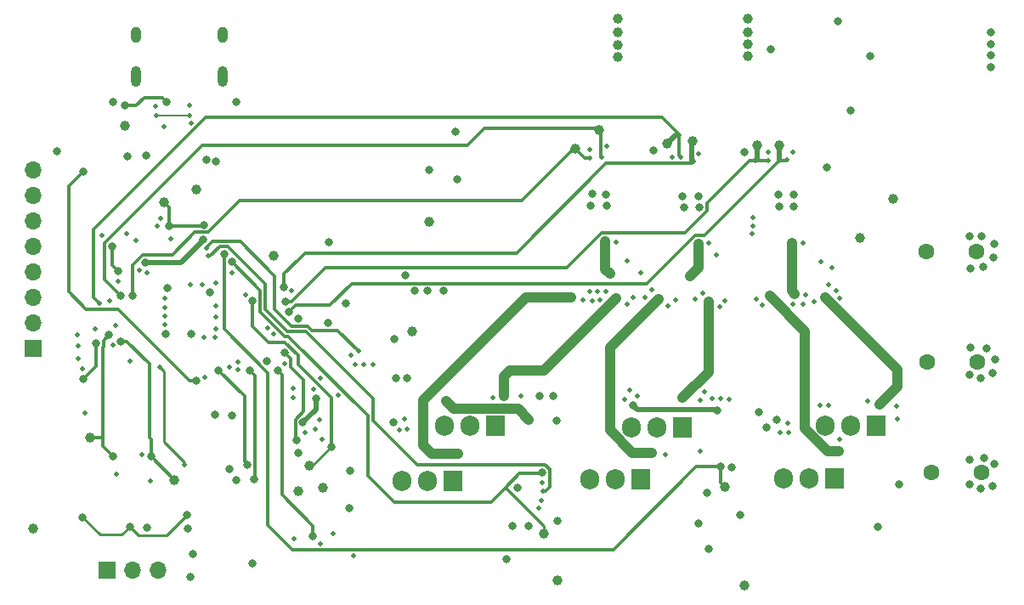
<source format=gbl>
G04 #@! TF.GenerationSoftware,KiCad,Pcbnew,8.0.4-8.0.4-0~ubuntu22.04.1*
G04 #@! TF.CreationDate,2024-09-01T21:10:03+02:00*
G04 #@! TF.ProjectId,bldc_project,626c6463-5f70-4726-9f6a-6563742e6b69,rev?*
G04 #@! TF.SameCoordinates,Original*
G04 #@! TF.FileFunction,Copper,L4,Bot*
G04 #@! TF.FilePolarity,Positive*
%FSLAX46Y46*%
G04 Gerber Fmt 4.6, Leading zero omitted, Abs format (unit mm)*
G04 Created by KiCad (PCBNEW 8.0.4-8.0.4-0~ubuntu22.04.1) date 2024-09-01 21:10:03*
%MOMM*%
%LPD*%
G01*
G04 APERTURE LIST*
G04 #@! TA.AperFunction,ComponentPad*
%ADD10R,1.905000X2.000000*%
G04 #@! TD*
G04 #@! TA.AperFunction,ComponentPad*
%ADD11O,1.905000X2.000000*%
G04 #@! TD*
G04 #@! TA.AperFunction,ComponentPad*
%ADD12C,1.600000*%
G04 #@! TD*
G04 #@! TA.AperFunction,ComponentPad*
%ADD13O,1.000000X2.100000*%
G04 #@! TD*
G04 #@! TA.AperFunction,ComponentPad*
%ADD14O,1.000000X1.600000*%
G04 #@! TD*
G04 #@! TA.AperFunction,ComponentPad*
%ADD15R,1.700000X1.700000*%
G04 #@! TD*
G04 #@! TA.AperFunction,ComponentPad*
%ADD16O,1.700000X1.700000*%
G04 #@! TD*
G04 #@! TA.AperFunction,ComponentPad*
%ADD17C,1.000000*%
G04 #@! TD*
G04 #@! TA.AperFunction,ViaPad*
%ADD18C,1.000000*%
G04 #@! TD*
G04 #@! TA.AperFunction,ViaPad*
%ADD19C,0.500000*%
G04 #@! TD*
G04 #@! TA.AperFunction,ViaPad*
%ADD20C,0.800000*%
G04 #@! TD*
G04 #@! TA.AperFunction,Conductor*
%ADD21C,1.000000*%
G04 #@! TD*
G04 #@! TA.AperFunction,Conductor*
%ADD22C,0.500000*%
G04 #@! TD*
G04 #@! TA.AperFunction,Conductor*
%ADD23C,0.300000*%
G04 #@! TD*
G04 #@! TA.AperFunction,Conductor*
%ADD24C,0.250000*%
G04 #@! TD*
G04 #@! TA.AperFunction,Conductor*
%ADD25C,0.200000*%
G04 #@! TD*
G04 APERTURE END LIST*
D10*
X127540000Y-122592500D03*
D11*
X125000000Y-122592500D03*
X122460000Y-122592500D03*
D12*
X132500000Y-105300000D03*
X137500000Y-105300000D03*
X133000000Y-127300000D03*
X138000000Y-127300000D03*
D10*
X108177500Y-122772500D03*
D11*
X105637500Y-122772500D03*
X103097500Y-122772500D03*
D13*
X62420000Y-87830000D03*
D14*
X62420000Y-83650000D03*
D13*
X53780000Y-87830000D03*
D14*
X53780000Y-83650000D03*
D10*
X104077500Y-127917500D03*
D11*
X101537500Y-127917500D03*
X98997500Y-127917500D03*
D10*
X85350000Y-128150000D03*
D11*
X82810000Y-128150000D03*
X80270000Y-128150000D03*
D10*
X89580000Y-122655000D03*
D11*
X87040000Y-122655000D03*
X84500000Y-122655000D03*
D12*
X132600000Y-116300000D03*
X137600000Y-116300000D03*
D15*
X50900000Y-137000000D03*
D16*
X53440000Y-137000000D03*
X55980000Y-137000000D03*
D10*
X123377500Y-127872500D03*
D11*
X120837500Y-127872500D03*
X118297500Y-127872500D03*
D15*
X43500000Y-114890000D03*
D16*
X43500000Y-112350000D03*
X43500000Y-109810000D03*
X43500000Y-107270000D03*
X43500000Y-104730000D03*
X43500000Y-102190000D03*
X43500000Y-99650000D03*
X43500000Y-97110000D03*
D17*
X49200000Y-123800000D03*
X81300000Y-113200000D03*
X117900000Y-94700000D03*
X94400000Y-133400000D03*
X43500000Y-132850000D03*
X114350000Y-138550000D03*
X129200000Y-100050000D03*
X52650000Y-92750000D03*
X71050000Y-126600000D03*
X95800000Y-138050000D03*
X59750000Y-99100000D03*
X115700000Y-94700000D03*
X97500000Y-95050000D03*
X56550000Y-100350000D03*
X57600000Y-128000000D03*
X67500000Y-105700000D03*
X99900000Y-93200000D03*
X109250000Y-94300000D03*
X72400000Y-128800000D03*
X82950000Y-102300000D03*
X125900000Y-103950000D03*
X69900000Y-129100000D03*
X106650000Y-94550000D03*
X112400000Y-128700000D03*
D18*
X114700000Y-85800000D03*
X114700000Y-84600000D03*
X114700000Y-83400000D03*
X114700000Y-82100000D03*
X101800000Y-85900000D03*
X101800000Y-84700000D03*
X101800000Y-83400000D03*
X101800000Y-82100000D03*
D19*
X102950000Y-119100000D03*
X104050000Y-107350000D03*
X110400000Y-119200000D03*
D20*
X80600000Y-107650000D03*
D19*
X111900000Y-110800000D03*
X116200000Y-110600000D03*
X122750000Y-120600000D03*
X48000000Y-114700000D03*
X118700000Y-122400000D03*
X111200000Y-119950000D03*
D20*
X139300000Y-104500000D03*
X125000000Y-91200000D03*
X74700000Y-110400000D03*
D19*
X61700000Y-111800000D03*
D20*
X138500000Y-114900000D03*
D19*
X59300000Y-92500000D03*
X56600000Y-92800000D03*
D20*
X138000000Y-103700000D03*
X139300000Y-126400000D03*
D19*
X75200000Y-115600000D03*
X99000000Y-95100000D03*
X106550000Y-125500000D03*
X76450000Y-116500000D03*
D20*
X84400000Y-109200000D03*
D19*
X103300000Y-109800000D03*
X60350000Y-108550000D03*
X126650000Y-120200000D03*
X48700000Y-121375000D03*
D20*
X100700000Y-100700000D03*
D19*
X51825000Y-127450000D03*
D20*
X63300000Y-121600000D03*
X117600000Y-122000000D03*
D19*
X51150000Y-110150000D03*
D20*
X75100000Y-127100000D03*
X79500000Y-113950000D03*
X79700000Y-117900000D03*
D19*
X115200000Y-101900000D03*
X129550000Y-120650000D03*
X55900000Y-102750000D03*
D20*
X63800000Y-90400000D03*
D19*
X80800000Y-122950000D03*
X54900000Y-107400000D03*
X104500000Y-109800000D03*
D20*
X58900000Y-132900000D03*
X66843563Y-116222240D03*
D19*
X123550000Y-109150000D03*
D20*
X81500000Y-109200001D03*
D19*
X94150000Y-130050000D03*
X103700000Y-119650000D03*
X100700000Y-94800000D03*
X101600000Y-104300000D03*
D20*
X123700000Y-82350000D03*
X83000000Y-97100000D03*
D19*
X72050000Y-122000000D03*
X99750000Y-109250000D03*
X112050000Y-119900000D03*
D20*
X127700000Y-132700000D03*
D19*
X109950000Y-125150000D03*
D20*
X105300000Y-95200000D03*
X117900000Y-100800000D03*
D19*
X115150000Y-103500000D03*
D20*
X114400000Y-95400000D03*
X85800000Y-98100000D03*
X136800000Y-117500000D03*
X138900000Y-85700000D03*
D19*
X89300000Y-119850000D03*
X48450000Y-116925000D03*
X106750000Y-110700000D03*
X53750000Y-104200000D03*
X100550000Y-109250000D03*
X111600000Y-105600000D03*
X75600000Y-116500000D03*
X100000000Y-110050000D03*
X123100000Y-106850000D03*
D20*
X136900000Y-114800000D03*
X56750000Y-113500000D03*
X136900000Y-107000000D03*
X85616000Y-93340000D03*
D19*
X107550000Y-110050000D03*
D20*
X94000000Y-119700000D03*
D19*
X121950000Y-120600000D03*
D20*
X80800000Y-117900000D03*
D19*
X54100000Y-107100000D03*
X115600000Y-110000000D03*
D20*
X137900000Y-117900000D03*
D19*
X52850000Y-103450000D03*
X94200000Y-128300000D03*
D20*
X69900000Y-125300000D03*
X138900000Y-86900000D03*
X137900000Y-128900000D03*
X126900000Y-85800000D03*
X59300000Y-113500000D03*
D19*
X72300000Y-123950000D03*
D20*
X82800000Y-109200000D03*
X139100000Y-117400000D03*
D19*
X80500000Y-121950000D03*
X73400000Y-133400000D03*
D20*
X61600000Y-121500000D03*
X139400000Y-116000000D03*
X138900000Y-84600000D03*
D19*
X75400000Y-135600000D03*
X109850000Y-95550000D03*
X67500000Y-113500000D03*
D20*
X95300000Y-119700000D03*
D19*
X107200000Y-95900000D03*
D20*
X73000000Y-104300000D03*
D19*
X119200000Y-110500000D03*
X61700000Y-110700000D03*
X48050000Y-115900000D03*
X123850000Y-123950000D03*
D20*
X100600000Y-99600000D03*
D19*
X51450000Y-114600000D03*
X77350000Y-116500000D03*
X122000000Y-106300000D03*
X120500000Y-109600000D03*
X117950000Y-123300000D03*
X122800000Y-108550000D03*
D20*
X109800000Y-99800000D03*
D19*
X52000000Y-108200000D03*
X63900000Y-116250000D03*
D20*
X119300000Y-100800000D03*
D19*
X60550000Y-113800000D03*
X53150000Y-116150000D03*
X123900000Y-109900000D03*
X61700000Y-108400000D03*
X110000000Y-120050000D03*
D20*
X69911744Y-111950000D03*
X139100000Y-128600000D03*
D19*
X93900000Y-130850000D03*
X119200000Y-95400000D03*
X55225000Y-128150000D03*
D20*
X114000000Y-131500000D03*
D19*
X68600000Y-116450000D03*
D20*
X117000000Y-85100000D03*
D19*
X109500000Y-110000000D03*
D20*
X129800000Y-128500000D03*
D19*
X110200000Y-109400000D03*
X120200000Y-104400000D03*
X112875000Y-120000000D03*
X57250000Y-104000000D03*
D20*
X91300000Y-132600000D03*
X119300000Y-99600000D03*
D19*
X120200000Y-110500000D03*
D20*
X79450000Y-122300000D03*
D19*
X115200000Y-102700000D03*
D20*
X117800000Y-99600000D03*
D19*
X71500735Y-118999265D03*
X118800000Y-123300000D03*
D20*
X52900000Y-95800000D03*
X138900000Y-83400000D03*
D19*
X69450000Y-119800000D03*
X73925000Y-119550000D03*
D20*
X65400000Y-136300000D03*
X95800000Y-132100000D03*
X56900000Y-108900000D03*
X54850000Y-132775000D03*
X108200000Y-99800000D03*
D19*
X63100000Y-116800000D03*
X112450000Y-110200000D03*
D20*
X92900000Y-132600000D03*
D19*
X47900000Y-113600000D03*
X50350000Y-103650000D03*
D20*
X59400000Y-135400000D03*
D19*
X56650000Y-111700000D03*
X56250000Y-101950000D03*
D20*
X91800000Y-128800000D03*
X51500000Y-90400000D03*
D19*
X49700000Y-113000000D03*
D20*
X63800000Y-128050000D03*
D19*
X69400000Y-118875000D03*
X102450000Y-120000000D03*
X129650000Y-121950000D03*
D20*
X113100000Y-126800000D03*
D19*
X56650000Y-112550000D03*
X60600000Y-117800000D03*
X72100000Y-117875000D03*
X69300000Y-109200000D03*
X98950000Y-109250000D03*
X121300000Y-110300000D03*
X56650000Y-109900000D03*
X59100000Y-90700000D03*
X102700000Y-106200000D03*
D20*
X99200000Y-99500000D03*
D19*
X98300000Y-110100000D03*
D20*
X54800000Y-95700000D03*
D19*
X72157532Y-134350000D03*
D20*
X99100000Y-100700000D03*
X136800000Y-126000000D03*
D19*
X105200000Y-109100000D03*
X102700000Y-110500000D03*
D20*
X136800000Y-128500000D03*
D19*
X63950000Y-117050000D03*
D20*
X60800000Y-96100000D03*
X109900000Y-100900000D03*
X95700000Y-122100000D03*
D19*
X80000000Y-123050000D03*
X99200000Y-110150000D03*
X92150000Y-119700000D03*
X55700000Y-90800000D03*
D20*
X45925000Y-95275000D03*
X61100000Y-109300000D03*
D19*
X61600000Y-113800000D03*
X56650000Y-110850000D03*
D20*
X136800000Y-103700000D03*
X138300000Y-125800000D03*
X122600000Y-96900000D03*
D19*
X116800000Y-95400000D03*
X59200000Y-108550000D03*
D20*
X63050000Y-126950000D03*
X75000000Y-130800000D03*
X61700000Y-96300000D03*
D19*
X64700000Y-109600000D03*
D20*
X116600000Y-122800000D03*
X110800000Y-134900000D03*
D19*
X51750000Y-112600000D03*
X69500000Y-133900000D03*
D20*
X109800000Y-132400000D03*
D19*
X110800000Y-104400000D03*
D20*
X138200000Y-106800000D03*
D19*
X70600000Y-123300000D03*
X54350000Y-125475000D03*
X71650000Y-123000000D03*
D20*
X90700000Y-135900000D03*
X139200000Y-105900000D03*
X110700000Y-129300000D03*
X115800000Y-121300000D03*
X108400000Y-100900000D03*
X72900000Y-112350000D03*
D19*
X63350000Y-107350000D03*
D20*
X59175000Y-137725000D03*
D19*
X66900000Y-112900000D03*
X61700000Y-112950000D03*
D20*
X103300000Y-120550000D03*
X111700000Y-121100000D03*
X92900000Y-122000000D03*
X84650000Y-120150000D03*
X60450000Y-104100000D03*
X54700000Y-106370000D03*
X49800000Y-114450000D03*
X48525000Y-117975000D03*
X71700000Y-119900000D03*
X70400000Y-122300000D03*
X48500000Y-97300000D03*
X59800000Y-118100000D03*
X57100000Y-102700000D03*
X60500000Y-102600000D03*
X52700000Y-90700000D03*
X56824085Y-90354709D03*
X127850000Y-120500000D03*
X122450000Y-109850000D03*
X116900000Y-109700000D03*
X123800000Y-125200000D03*
X108250000Y-119800000D03*
X110800000Y-110300000D03*
X105800000Y-110000000D03*
X105150000Y-125300000D03*
X97100000Y-109800000D03*
X85850000Y-125400000D03*
X101600000Y-109900000D03*
X90400000Y-119650000D03*
X119400000Y-109500000D03*
X119100000Y-104400000D03*
X108937500Y-107700000D03*
X109800000Y-104500000D03*
X65100000Y-117100000D03*
X65569669Y-127930331D03*
X62000000Y-117100000D03*
X64900000Y-126500000D03*
D19*
X60800000Y-104900000D03*
X75950000Y-115200000D03*
X61000000Y-105700000D03*
X94300000Y-129100000D03*
D20*
X52000000Y-107220000D03*
X51369669Y-104730331D03*
D19*
X118636250Y-96163750D03*
D20*
X69010661Y-111289339D03*
X68700000Y-110300000D03*
D19*
X116800000Y-96200000D03*
D20*
X68500000Y-108800000D03*
D19*
X109285000Y-96315000D03*
X50100000Y-110400000D03*
X108060576Y-95830000D03*
X100200000Y-95900000D03*
D20*
X52207719Y-109675965D03*
X53416364Y-109700000D03*
D19*
X99010000Y-95990000D03*
D20*
X62600000Y-105500000D03*
X112000000Y-126700000D03*
X94219669Y-127319669D03*
X63300000Y-106300000D03*
X73200000Y-124700000D03*
X65400000Y-110200000D03*
X51050000Y-113600000D03*
X51475000Y-125650000D03*
X52237569Y-114200000D03*
X55300000Y-125650000D03*
D19*
X100575000Y-104195000D03*
D20*
X101000000Y-107500000D03*
X58875000Y-131500000D03*
X53150000Y-132700000D03*
X48475000Y-131725000D03*
D19*
X59100000Y-91700000D03*
X55800000Y-91700000D03*
D20*
X69801041Y-124101041D03*
X68619669Y-115380331D03*
X67900000Y-117100000D03*
X71405331Y-133594669D03*
D19*
X58600000Y-126500000D03*
X56153531Y-116803531D03*
D21*
X85450000Y-120950000D02*
X91850000Y-120950000D01*
D22*
X60450000Y-104200000D02*
X58280000Y-106370000D01*
X103750000Y-121000000D02*
X111600000Y-121000000D01*
X58280000Y-106370000D02*
X54700000Y-106370000D01*
D21*
X91850000Y-120950000D02*
X92900000Y-122000000D01*
D22*
X103300000Y-120550000D02*
X103750000Y-121000000D01*
X60450000Y-104100000D02*
X60450000Y-104200000D01*
D21*
X84650000Y-120150000D02*
X85450000Y-120950000D01*
D22*
X111600000Y-121000000D02*
X111700000Y-121100000D01*
D23*
X49800000Y-116700000D02*
X49800000Y-114450000D01*
X48525000Y-117975000D02*
X49800000Y-116700000D01*
D22*
X71700000Y-119900000D02*
X71700000Y-121000000D01*
X71700000Y-121000000D02*
X70400000Y-122300000D01*
D23*
X47050000Y-98750000D02*
X47050000Y-109250000D01*
X52000000Y-111000000D02*
X59100000Y-118100000D01*
X48800000Y-111000000D02*
X52000000Y-111000000D01*
X48500000Y-97300000D02*
X47050000Y-98750000D01*
X59100000Y-118100000D02*
X59800000Y-118100000D01*
X47050000Y-109250000D02*
X48800000Y-111000000D01*
X56550000Y-100350000D02*
X57100000Y-100900000D01*
X60400000Y-102700000D02*
X57100000Y-102700000D01*
X57100000Y-100900000D02*
X57100000Y-102700000D01*
X60500000Y-102600000D02*
X60400000Y-102700000D01*
X54600000Y-89900000D02*
X56369376Y-89900000D01*
X52700000Y-90700000D02*
X53800000Y-90700000D01*
X53800000Y-90700000D02*
X54600000Y-89900000D01*
X56369376Y-89900000D02*
X56824085Y-90354709D01*
D21*
X129600000Y-118750000D02*
X129600000Y-117000000D01*
X127850000Y-120500000D02*
X129600000Y-118750000D01*
X129600000Y-117000000D02*
X122450000Y-109850000D01*
X123800000Y-125200000D02*
X122683012Y-125200000D01*
X122683012Y-125200000D02*
X120400000Y-122916988D01*
X120400000Y-122916988D02*
X120400000Y-113200000D01*
X120400000Y-113200000D02*
X116900000Y-109700000D01*
X108250000Y-119800000D02*
X110800000Y-117250000D01*
X110800000Y-117250000D02*
X110800000Y-110300000D01*
X101000000Y-114800000D02*
X105800000Y-110000000D01*
X105150000Y-125300000D02*
X103240512Y-125300000D01*
X101000000Y-123059488D02*
X101000000Y-114800000D01*
X103240512Y-125300000D02*
X101000000Y-123059488D01*
X85850000Y-125400000D02*
X83200000Y-125400000D01*
X82350000Y-124550000D02*
X82350000Y-120050000D01*
X82350000Y-120050000D02*
X92600000Y-109800000D01*
X92600000Y-109800000D02*
X97100000Y-109800000D01*
X83200000Y-125400000D02*
X82350000Y-124550000D01*
X90400000Y-117700000D02*
X91000000Y-117100000D01*
X90400000Y-119650000D02*
X90400000Y-117700000D01*
X91000000Y-117100000D02*
X94400000Y-117100000D01*
X94400000Y-117100000D02*
X101600000Y-109900000D01*
X119100000Y-109200000D02*
X119100000Y-104400000D01*
X119400000Y-109500000D02*
X119100000Y-109200000D01*
X109800000Y-106837500D02*
X108937500Y-107700000D01*
X109800000Y-104500000D02*
X109800000Y-106837500D01*
D23*
X65100000Y-117100000D02*
X65650000Y-117650000D01*
X65650000Y-117650000D02*
X65650000Y-127850000D01*
X65650000Y-127850000D02*
X65569669Y-127930331D01*
X64600000Y-126200000D02*
X64900000Y-126500000D01*
X62000000Y-117100000D02*
X64600000Y-119700000D01*
X64600000Y-119700000D02*
X64600000Y-126200000D01*
X70907106Y-112700000D02*
X69300000Y-112700000D01*
X69300000Y-112700000D02*
X67600000Y-111000000D01*
X67600000Y-107700000D02*
X64150000Y-104250000D01*
X67600000Y-111000000D02*
X67600000Y-107700000D01*
X73850000Y-113100000D02*
X71307106Y-113100000D01*
X60800000Y-104810661D02*
X60800000Y-104900000D01*
X75950000Y-115200000D02*
X73850000Y-113100000D01*
X61360661Y-104250000D02*
X60800000Y-104810661D01*
X71307106Y-113100000D02*
X70907106Y-112700000D01*
X64150000Y-104250000D02*
X61360661Y-104250000D01*
X70700000Y-113200000D02*
X68800000Y-113200000D01*
X94969669Y-126969669D02*
X94500000Y-126500000D01*
X94600000Y-129100000D02*
X94969669Y-128730331D01*
X94500000Y-126500000D02*
X81800000Y-126500000D01*
X77400000Y-119900000D02*
X70700000Y-113200000D01*
X61175000Y-105700000D02*
X61000000Y-105700000D01*
X81800000Y-126500000D02*
X77400000Y-122100000D01*
X66650000Y-111050000D02*
X66650000Y-108489339D01*
X94969669Y-128730331D02*
X94969669Y-126969669D01*
X77400000Y-122100000D02*
X77400000Y-119900000D01*
X68800000Y-113200000D02*
X66650000Y-111050000D01*
X62125000Y-104750000D02*
X61175000Y-105700000D01*
X62910661Y-104750000D02*
X62125000Y-104750000D01*
X66650000Y-108489339D02*
X62910661Y-104750000D01*
X94300000Y-129100000D02*
X94600000Y-129100000D01*
X51369669Y-106589669D02*
X52000000Y-107220000D01*
X51369669Y-104730331D02*
X51369669Y-106589669D01*
X110450000Y-103650000D02*
X109447918Y-103650000D01*
X69700000Y-110600000D02*
X69010661Y-111289339D01*
X75249999Y-108450001D02*
X73100000Y-110600000D01*
X118636250Y-96163750D02*
X118600000Y-96200000D01*
X104647917Y-108450001D02*
X75249999Y-108450001D01*
D22*
X117900000Y-94700000D02*
X117900000Y-96200000D01*
D23*
X117900000Y-96200000D02*
X110450000Y-103650000D01*
X109447918Y-103650000D02*
X104647917Y-108450001D01*
X118600000Y-96200000D02*
X117900000Y-96200000D01*
X73100000Y-110600000D02*
X69700000Y-110600000D01*
X115500000Y-96200000D02*
X114900000Y-96200000D01*
X114900000Y-96200000D02*
X110650000Y-100450000D01*
X69260661Y-110300000D02*
X68700000Y-110300000D01*
D22*
X115700000Y-94700000D02*
X115700000Y-96000000D01*
D23*
X96667918Y-106900000D02*
X72660661Y-106900000D01*
D22*
X115700000Y-96000000D02*
X115500000Y-96200000D01*
D23*
X100192918Y-103375000D02*
X96667918Y-106900000D01*
X110650000Y-101210661D02*
X108485661Y-103375000D01*
X108485661Y-103375000D02*
X100192918Y-103375000D01*
X116800000Y-96200000D02*
X115500000Y-96200000D01*
X72660661Y-106900000D02*
X69260661Y-110300000D01*
X110650000Y-100450000D02*
X110650000Y-101210661D01*
X70000000Y-106000000D02*
X70600000Y-105400000D01*
X109100000Y-96500000D02*
X109285000Y-96315000D01*
D22*
X109150000Y-94400000D02*
X109150000Y-96180000D01*
D23*
X91700000Y-105400000D02*
X100600000Y-96500000D01*
X68500000Y-107500000D02*
X70000000Y-106000000D01*
D22*
X109150000Y-96180000D02*
X109285000Y-96315000D01*
D23*
X68500000Y-108800000D02*
X68500000Y-107500000D01*
X100600000Y-96500000D02*
X109100000Y-96500000D01*
X70600000Y-105400000D02*
X91700000Y-105400000D01*
D22*
X109250000Y-94300000D02*
X109150000Y-94400000D01*
X106650000Y-94550000D02*
X107500000Y-93700000D01*
D23*
X107900000Y-95669424D02*
X108060576Y-95830000D01*
X107900000Y-93600000D02*
X107900000Y-93700000D01*
X106200000Y-91900000D02*
X107900000Y-93600000D01*
X49550000Y-103100000D02*
X60750000Y-91900000D01*
D22*
X107500000Y-93700000D02*
X107900000Y-93700000D01*
D23*
X49550000Y-109850000D02*
X49550000Y-103100000D01*
X107900000Y-93700000D02*
X107900000Y-95669424D01*
X50100000Y-110400000D02*
X49550000Y-109850000D01*
X60750000Y-91900000D02*
X106200000Y-91900000D01*
X88450000Y-93000000D02*
X86750000Y-94700000D01*
X50619669Y-104419670D02*
X50619669Y-108087915D01*
X100100000Y-95800000D02*
X100100000Y-93400000D01*
X100100000Y-93400000D02*
X99700000Y-93000000D01*
X99700000Y-93000000D02*
X88450000Y-93000000D01*
X100200000Y-95900000D02*
X100100000Y-95800000D01*
X86750000Y-94700000D02*
X60339339Y-94700000D01*
X50619669Y-108087915D02*
X52207719Y-109675965D01*
X60339339Y-94700000D02*
X50619669Y-104419670D01*
X98440000Y-95990000D02*
X99010000Y-95990000D01*
X60950000Y-103350000D02*
X64100000Y-100200000D01*
X54409339Y-105600000D02*
X57400000Y-105600000D01*
X53416364Y-109700000D02*
X53416364Y-106592975D01*
X57400000Y-105600000D02*
X59650000Y-103350000D01*
X97425000Y-94975000D02*
X98440000Y-95990000D01*
X92200000Y-100200000D02*
X97425000Y-94975000D01*
X59650000Y-103350000D02*
X60950000Y-103350000D01*
X53416364Y-106592975D02*
X54409339Y-105600000D01*
X64100000Y-100200000D02*
X92200000Y-100200000D01*
X66900000Y-132500000D02*
X66900000Y-117339339D01*
X101332831Y-134967169D02*
X69367169Y-134967169D01*
X66900000Y-117339339D02*
X62550000Y-112989339D01*
X112000000Y-128300000D02*
X112400000Y-128700000D01*
X69367169Y-134967169D02*
X66900000Y-132500000D01*
X112000000Y-126700000D02*
X112000000Y-128300000D01*
X62550000Y-105550000D02*
X62600000Y-105500000D01*
X112000000Y-126700000D02*
X109600000Y-126700000D01*
X109600000Y-126700000D02*
X101332831Y-134967169D01*
X62550000Y-112989339D02*
X62550000Y-105550000D01*
X68953553Y-113700000D02*
X76900000Y-121646447D01*
X63300000Y-106300000D02*
X66150000Y-109150000D01*
X76900000Y-121646447D02*
X76900000Y-127600000D01*
X68592894Y-113700000D02*
X68953553Y-113700000D01*
X89137500Y-130200000D02*
X90568750Y-128768750D01*
X90568750Y-128768750D02*
X91937500Y-127400000D01*
X79500000Y-130200000D02*
X89137500Y-130200000D01*
X66150000Y-109150000D02*
X66150000Y-111257106D01*
D24*
X94400000Y-133300000D02*
X94400000Y-132600000D01*
D23*
X94139338Y-127400000D02*
X94219669Y-127319669D01*
X76900000Y-127600000D02*
X79500000Y-130200000D01*
X91937500Y-127400000D02*
X94139338Y-127400000D01*
X66150000Y-111257106D02*
X68592894Y-113700000D01*
D24*
X94400000Y-132600000D02*
X90568750Y-128768750D01*
D23*
X68600000Y-114300000D02*
X67000000Y-114300000D01*
D24*
X71300000Y-126600000D02*
X71050000Y-126600000D01*
D23*
X65400000Y-112700000D02*
X65400000Y-110200000D01*
X73200000Y-124700000D02*
X73200000Y-119850000D01*
X69900000Y-116550000D02*
X69900000Y-115600000D01*
D24*
X73200000Y-124700000D02*
X71300000Y-126600000D01*
D23*
X69900000Y-115600000D02*
X68600000Y-114300000D01*
X73200000Y-119850000D02*
X69900000Y-116550000D01*
X67000000Y-114300000D02*
X65400000Y-112700000D01*
X50530331Y-114119669D02*
X51050000Y-113600000D01*
X50475000Y-124650000D02*
X50475000Y-123950000D01*
X50475000Y-123950000D02*
X50475000Y-114835661D01*
X51475000Y-125650000D02*
X50475000Y-124650000D01*
X50475000Y-123950000D02*
X50325000Y-123800000D01*
X50550000Y-114139339D02*
X50530331Y-114119669D01*
X50550000Y-114760661D02*
X50550000Y-114139339D01*
X50475000Y-114835661D02*
X50550000Y-114760661D01*
X50325000Y-123800000D02*
X49200000Y-123800000D01*
X55300000Y-123975000D02*
X55100000Y-123775000D01*
X55100000Y-116432827D02*
X52867173Y-114200000D01*
X55300000Y-125650000D02*
X55300000Y-123975000D01*
X52867173Y-114200000D02*
X52237569Y-114200000D01*
X55300000Y-125700000D02*
X57600000Y-128000000D01*
X55100000Y-123775000D02*
X55100000Y-116432827D01*
X55300000Y-125650000D02*
X55300000Y-125700000D01*
D21*
X100545000Y-107045000D02*
X100545000Y-104225000D01*
X101000000Y-107500000D02*
X100545000Y-107045000D01*
D24*
X50250000Y-133500000D02*
X48475000Y-131725000D01*
X53150000Y-132700000D02*
X54000000Y-133550000D01*
X56825000Y-133550000D02*
X58875000Y-131500000D01*
X54000000Y-133550000D02*
X56825000Y-133550000D01*
X53150000Y-132700000D02*
X52350000Y-133500000D01*
X52350000Y-133500000D02*
X50250000Y-133500000D01*
D25*
X59100000Y-91700000D02*
X55800000Y-91700000D01*
D23*
X69650000Y-123950000D02*
X69801041Y-124101041D01*
X70450000Y-121189339D02*
X69650000Y-121989339D01*
X70450000Y-118057106D02*
X70450000Y-121189339D01*
X68619669Y-115380331D02*
X69200000Y-115960662D01*
X69200000Y-115960662D02*
X69200000Y-116807106D01*
X69200000Y-116807106D02*
X70450000Y-118057106D01*
X69650000Y-121989339D02*
X69650000Y-123950000D01*
X68300000Y-117500000D02*
X67900000Y-117100000D01*
X68300000Y-129500000D02*
X68300000Y-117500000D01*
X71405331Y-132605331D02*
X68300000Y-129500000D01*
X71405331Y-133594669D02*
X71405331Y-132605331D01*
D24*
X58600000Y-126300000D02*
X56543444Y-124243444D01*
X56543444Y-117193444D02*
X56153531Y-116803531D01*
X58600000Y-126500000D02*
X58600000Y-126300000D01*
X56543444Y-124243444D02*
X56543444Y-117193444D01*
M02*

</source>
